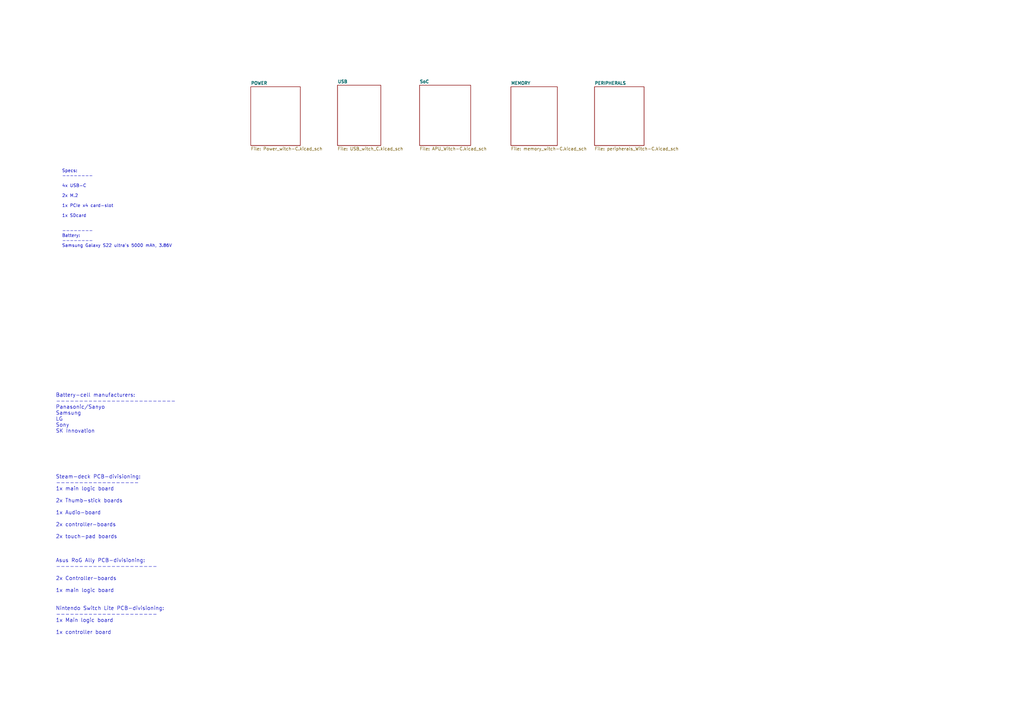
<source format=kicad_sch>
(kicad_sch (version 20230121) (generator eeschema)
  (paper "A3")
  (title_block (date "2023-05-06") (rev "A-A"))
  (lib_symbols)
  (text "Specs:\n--------\n\n4x USB-C\n\n2x M.2\n\n1x PCIe x4 card-slot\n\n1x SDcard\n\n\n--------\nBattery:\n--------\nSamsung Galaxy S22 ultra's 5000 mAh, 3.86V\n" (at 25.4 101.6 0) (effects (font (size 1.27 1.27)) (justify left bottom)))
  (text "Battery-cell manufacturers:\n--------------------------\nPanasonic/Sanyo \nSamsung \nLG \nSony\nSK Innovation" (at 22.86 177.8 0) (effects (font (size 1.524 1.524)) (justify left bottom)))
  (text "Steam-deck PCB-divisioning:\n------------------\n1x main logic board\n\n2x Thumb-stick boards\n\n1x Audio-board\n\n2x controller-boards\n\n2x touch-pad boards\n\n\n\nAsus RoG Ally PCB-divisioning:\n----------------------\n\n2x Controller-boards\n\n1x main logic board\n\n\nNintendo Switch Lite PCB-divisioning:\n----------------------\n1x Main logic board\n\n1x controller board" (at 22.86 260.35 0) (effects (font (size 1.524 1.524)) (justify left bottom)))
  (sheet (at 243.84 35.56) (size 20.32 24.13) (stroke (width 0.1524))
    (property "Sheetname" "PERIPHERALS" (at 243.84 34.8484 0) (effects (font bold) (justify left bottom)))
    (property "Sheetfile" "peripherals_Witch-C.kicad_sch" (at 243.84 60.2746 0) (effects (justify left top)))
  )
  (sheet (at 209.55 35.56) (size 19.05 24.13) (stroke (width 0.1524))
    (property "Sheetname" "MEMORY" (at 209.55 34.8484 0) (effects (font bold) (justify left bottom)))
    (property "Sheetfile" "memory_witch-C.kicad_sch" (at 209.55 60.2746 0) (effects (justify left top)))
  )
  (sheet (at 102.87 35.56) (size 20.32 24.13) (stroke (width 0.1524))
    (property "Sheetname" "POWER" (at 102.87 34.8484 0) (effects (font bold) (justify left bottom)))
    (property "Sheetfile" "Power_witch-C.kicad_sch" (at 102.87 60.2746 0) (effects (justify left top)))
  )
  (sheet (at 138.43 34.925) (size 17.78 24.765) (stroke (width 0.1524))
    (property "Sheetname" "USB" (at 138.43 34.2134 0) (effects (font bold) (justify left bottom)))
    (property "Sheetfile" "USB_witch_C.kicad_sch" (at 138.43 60.2746 0) (effects (justify left top)))
  )
  (sheet (at 172.085 34.925) (size 20.955 24.765) (stroke (width 0.1524))
    (property "Sheetname" "SoC" (at 172.085 34.2134 0) (effects (font bold) (justify left bottom)))
    (property "Sheetfile" "APU_Witch-C.kicad_sch" (at 172.085 60.2746 0) (effects (justify left top)))
  )
)
</source>
